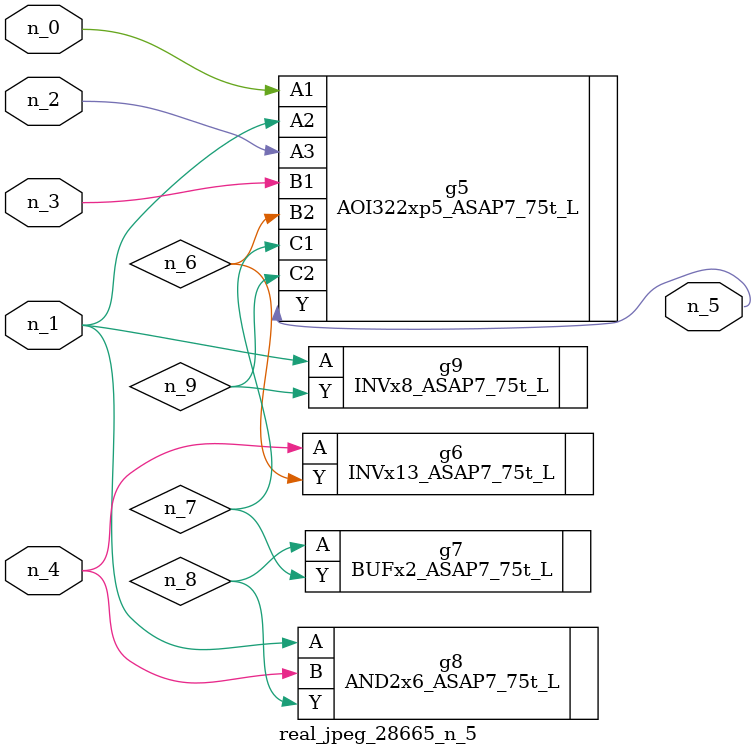
<source format=v>
module real_jpeg_28665_n_5 (n_4, n_0, n_1, n_2, n_3, n_5);

input n_4;
input n_0;
input n_1;
input n_2;
input n_3;

output n_5;

wire n_8;
wire n_6;
wire n_7;
wire n_9;

AOI322xp5_ASAP7_75t_L g5 ( 
.A1(n_0),
.A2(n_1),
.A3(n_2),
.B1(n_3),
.B2(n_6),
.C1(n_7),
.C2(n_9),
.Y(n_5)
);

AND2x6_ASAP7_75t_L g8 ( 
.A(n_1),
.B(n_4),
.Y(n_8)
);

INVx8_ASAP7_75t_L g9 ( 
.A(n_1),
.Y(n_9)
);

INVx13_ASAP7_75t_L g6 ( 
.A(n_4),
.Y(n_6)
);

BUFx2_ASAP7_75t_L g7 ( 
.A(n_8),
.Y(n_7)
);


endmodule
</source>
